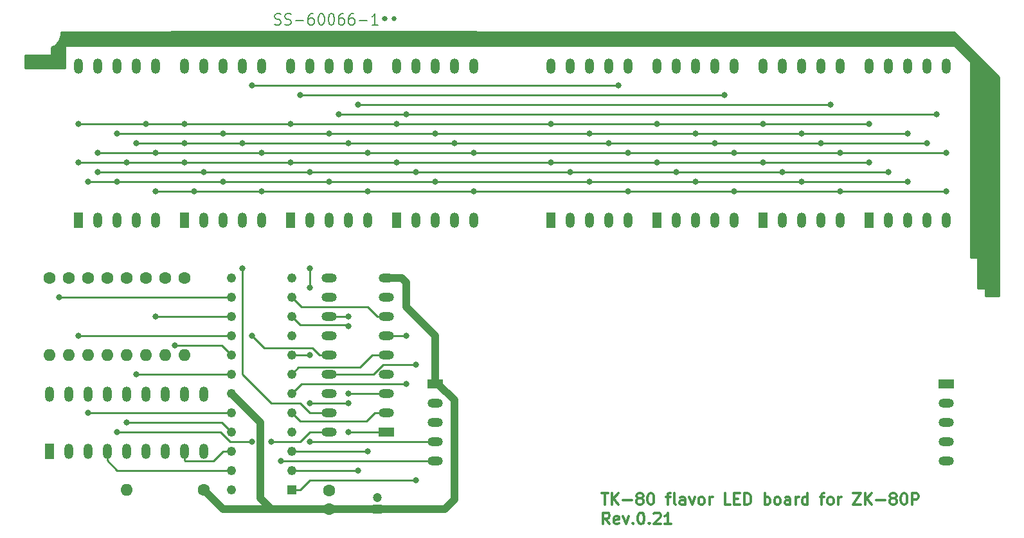
<source format=gtl>
G04 #@! TF.GenerationSoftware,KiCad,Pcbnew,(5.1.5)-3*
G04 #@! TF.CreationDate,2020-06-26T18:21:23+09:00*
G04 #@! TF.ProjectId,TK80LED,544b3830-4c45-4442-9e6b-696361645f70,rev?*
G04 #@! TF.SameCoordinates,Original*
G04 #@! TF.FileFunction,Copper,L1,Top*
G04 #@! TF.FilePolarity,Positive*
%FSLAX46Y46*%
G04 Gerber Fmt 4.6, Leading zero omitted, Abs format (unit mm)*
G04 Created by KiCad (PCBNEW (5.1.5)-3) date 2020-06-26 18:21:23*
%MOMM*%
%LPD*%
G04 APERTURE LIST*
%ADD10C,0.500000*%
%ADD11C,0.200000*%
%ADD12C,0.300000*%
%ADD13C,1.210000*%
%ADD14R,1.210000X1.210000*%
%ADD15O,1.600000X1.600000*%
%ADD16C,1.600000*%
%ADD17O,1.200000X2.000000*%
%ADD18R,1.200000X2.000000*%
%ADD19R,1.200000X1.200000*%
%ADD20C,1.200000*%
%ADD21O,2.000000X1.200000*%
%ADD22R,2.000000X1.200000*%
%ADD23C,0.800000*%
%ADD24C,1.000000*%
%ADD25C,1.000000*%
%ADD26C,2.000000*%
%ADD27C,0.250000*%
%ADD28C,0.254000*%
G04 APERTURE END LIST*
D10*
X49250000Y-1214285D02*
X49345238Y-1309523D01*
X49250000Y-1404761D01*
X49154761Y-1309523D01*
X49250000Y-1214285D01*
X49250000Y-1404761D01*
X48000000Y-1214285D02*
X48095238Y-1309523D01*
X48000000Y-1404761D01*
X47904761Y-1309523D01*
X48000000Y-1214285D01*
X48000000Y-1404761D01*
D11*
X33503333Y-2107142D02*
X33703333Y-2178571D01*
X34036666Y-2178571D01*
X34170000Y-2107142D01*
X34236666Y-2035714D01*
X34303333Y-1892857D01*
X34303333Y-1750000D01*
X34236666Y-1607142D01*
X34170000Y-1535714D01*
X34036666Y-1464285D01*
X33770000Y-1392857D01*
X33636666Y-1321428D01*
X33570000Y-1250000D01*
X33503333Y-1107142D01*
X33503333Y-964285D01*
X33570000Y-821428D01*
X33636666Y-750000D01*
X33770000Y-678571D01*
X34103333Y-678571D01*
X34303333Y-750000D01*
X34836666Y-2107142D02*
X35036666Y-2178571D01*
X35370000Y-2178571D01*
X35503333Y-2107142D01*
X35570000Y-2035714D01*
X35636666Y-1892857D01*
X35636666Y-1750000D01*
X35570000Y-1607142D01*
X35503333Y-1535714D01*
X35370000Y-1464285D01*
X35103333Y-1392857D01*
X34970000Y-1321428D01*
X34903333Y-1250000D01*
X34836666Y-1107142D01*
X34836666Y-964285D01*
X34903333Y-821428D01*
X34970000Y-750000D01*
X35103333Y-678571D01*
X35436666Y-678571D01*
X35636666Y-750000D01*
X36236666Y-1607142D02*
X37303333Y-1607142D01*
X38570000Y-678571D02*
X38303333Y-678571D01*
X38170000Y-750000D01*
X38103333Y-821428D01*
X37970000Y-1035714D01*
X37903333Y-1321428D01*
X37903333Y-1892857D01*
X37970000Y-2035714D01*
X38036666Y-2107142D01*
X38170000Y-2178571D01*
X38436666Y-2178571D01*
X38570000Y-2107142D01*
X38636666Y-2035714D01*
X38703333Y-1892857D01*
X38703333Y-1535714D01*
X38636666Y-1392857D01*
X38570000Y-1321428D01*
X38436666Y-1250000D01*
X38170000Y-1250000D01*
X38036666Y-1321428D01*
X37970000Y-1392857D01*
X37903333Y-1535714D01*
X39570000Y-678571D02*
X39703333Y-678571D01*
X39836666Y-750000D01*
X39903333Y-821428D01*
X39970000Y-964285D01*
X40036666Y-1250000D01*
X40036666Y-1607142D01*
X39970000Y-1892857D01*
X39903333Y-2035714D01*
X39836666Y-2107142D01*
X39703333Y-2178571D01*
X39570000Y-2178571D01*
X39436666Y-2107142D01*
X39370000Y-2035714D01*
X39303333Y-1892857D01*
X39236666Y-1607142D01*
X39236666Y-1250000D01*
X39303333Y-964285D01*
X39370000Y-821428D01*
X39436666Y-750000D01*
X39570000Y-678571D01*
X40903333Y-678571D02*
X41036666Y-678571D01*
X41170000Y-750000D01*
X41236666Y-821428D01*
X41303333Y-964285D01*
X41370000Y-1250000D01*
X41370000Y-1607142D01*
X41303333Y-1892857D01*
X41236666Y-2035714D01*
X41170000Y-2107142D01*
X41036666Y-2178571D01*
X40903333Y-2178571D01*
X40770000Y-2107142D01*
X40703333Y-2035714D01*
X40636666Y-1892857D01*
X40570000Y-1607142D01*
X40570000Y-1250000D01*
X40636666Y-964285D01*
X40703333Y-821428D01*
X40770000Y-750000D01*
X40903333Y-678571D01*
X42570000Y-678571D02*
X42303333Y-678571D01*
X42170000Y-750000D01*
X42103333Y-821428D01*
X41970000Y-1035714D01*
X41903333Y-1321428D01*
X41903333Y-1892857D01*
X41970000Y-2035714D01*
X42036666Y-2107142D01*
X42170000Y-2178571D01*
X42436666Y-2178571D01*
X42570000Y-2107142D01*
X42636666Y-2035714D01*
X42703333Y-1892857D01*
X42703333Y-1535714D01*
X42636666Y-1392857D01*
X42570000Y-1321428D01*
X42436666Y-1250000D01*
X42170000Y-1250000D01*
X42036666Y-1321428D01*
X41970000Y-1392857D01*
X41903333Y-1535714D01*
X43903333Y-678571D02*
X43636666Y-678571D01*
X43503333Y-750000D01*
X43436666Y-821428D01*
X43303333Y-1035714D01*
X43236666Y-1321428D01*
X43236666Y-1892857D01*
X43303333Y-2035714D01*
X43370000Y-2107142D01*
X43503333Y-2178571D01*
X43770000Y-2178571D01*
X43903333Y-2107142D01*
X43970000Y-2035714D01*
X44036666Y-1892857D01*
X44036666Y-1535714D01*
X43970000Y-1392857D01*
X43903333Y-1321428D01*
X43770000Y-1250000D01*
X43503333Y-1250000D01*
X43370000Y-1321428D01*
X43303333Y-1392857D01*
X43236666Y-1535714D01*
X44636666Y-1607142D02*
X45703333Y-1607142D01*
X47103333Y-2178571D02*
X46303333Y-2178571D01*
X46703333Y-2178571D02*
X46703333Y-678571D01*
X46570000Y-892857D01*
X46436666Y-1035714D01*
X46303333Y-1107142D01*
D12*
X76537857Y-63943571D02*
X77395000Y-63943571D01*
X76966428Y-65443571D02*
X76966428Y-63943571D01*
X77895000Y-65443571D02*
X77895000Y-63943571D01*
X78752142Y-65443571D02*
X78109285Y-64586428D01*
X78752142Y-63943571D02*
X77895000Y-64800714D01*
X79395000Y-64872142D02*
X80537857Y-64872142D01*
X81466428Y-64586428D02*
X81323571Y-64515000D01*
X81252142Y-64443571D01*
X81180714Y-64300714D01*
X81180714Y-64229285D01*
X81252142Y-64086428D01*
X81323571Y-64015000D01*
X81466428Y-63943571D01*
X81752142Y-63943571D01*
X81895000Y-64015000D01*
X81966428Y-64086428D01*
X82037857Y-64229285D01*
X82037857Y-64300714D01*
X81966428Y-64443571D01*
X81895000Y-64515000D01*
X81752142Y-64586428D01*
X81466428Y-64586428D01*
X81323571Y-64657857D01*
X81252142Y-64729285D01*
X81180714Y-64872142D01*
X81180714Y-65157857D01*
X81252142Y-65300714D01*
X81323571Y-65372142D01*
X81466428Y-65443571D01*
X81752142Y-65443571D01*
X81895000Y-65372142D01*
X81966428Y-65300714D01*
X82037857Y-65157857D01*
X82037857Y-64872142D01*
X81966428Y-64729285D01*
X81895000Y-64657857D01*
X81752142Y-64586428D01*
X82966428Y-63943571D02*
X83109285Y-63943571D01*
X83252142Y-64015000D01*
X83323571Y-64086428D01*
X83395000Y-64229285D01*
X83466428Y-64515000D01*
X83466428Y-64872142D01*
X83395000Y-65157857D01*
X83323571Y-65300714D01*
X83252142Y-65372142D01*
X83109285Y-65443571D01*
X82966428Y-65443571D01*
X82823571Y-65372142D01*
X82752142Y-65300714D01*
X82680714Y-65157857D01*
X82609285Y-64872142D01*
X82609285Y-64515000D01*
X82680714Y-64229285D01*
X82752142Y-64086428D01*
X82823571Y-64015000D01*
X82966428Y-63943571D01*
X85037857Y-64443571D02*
X85609285Y-64443571D01*
X85252142Y-65443571D02*
X85252142Y-64157857D01*
X85323571Y-64015000D01*
X85466428Y-63943571D01*
X85609285Y-63943571D01*
X86323571Y-65443571D02*
X86180714Y-65372142D01*
X86109285Y-65229285D01*
X86109285Y-63943571D01*
X87537857Y-65443571D02*
X87537857Y-64657857D01*
X87466428Y-64515000D01*
X87323571Y-64443571D01*
X87037857Y-64443571D01*
X86895000Y-64515000D01*
X87537857Y-65372142D02*
X87395000Y-65443571D01*
X87037857Y-65443571D01*
X86895000Y-65372142D01*
X86823571Y-65229285D01*
X86823571Y-65086428D01*
X86895000Y-64943571D01*
X87037857Y-64872142D01*
X87395000Y-64872142D01*
X87537857Y-64800714D01*
X88109285Y-64443571D02*
X88466428Y-65443571D01*
X88823571Y-64443571D01*
X89609285Y-65443571D02*
X89466428Y-65372142D01*
X89395000Y-65300714D01*
X89323571Y-65157857D01*
X89323571Y-64729285D01*
X89395000Y-64586428D01*
X89466428Y-64515000D01*
X89609285Y-64443571D01*
X89823571Y-64443571D01*
X89966428Y-64515000D01*
X90037857Y-64586428D01*
X90109285Y-64729285D01*
X90109285Y-65157857D01*
X90037857Y-65300714D01*
X89966428Y-65372142D01*
X89823571Y-65443571D01*
X89609285Y-65443571D01*
X90752142Y-65443571D02*
X90752142Y-64443571D01*
X90752142Y-64729285D02*
X90823571Y-64586428D01*
X90895000Y-64515000D01*
X91037857Y-64443571D01*
X91180714Y-64443571D01*
X93537857Y-65443571D02*
X92823571Y-65443571D01*
X92823571Y-63943571D01*
X94037857Y-64657857D02*
X94537857Y-64657857D01*
X94752142Y-65443571D02*
X94037857Y-65443571D01*
X94037857Y-63943571D01*
X94752142Y-63943571D01*
X95395000Y-65443571D02*
X95395000Y-63943571D01*
X95752142Y-63943571D01*
X95966428Y-64015000D01*
X96109285Y-64157857D01*
X96180714Y-64300714D01*
X96252142Y-64586428D01*
X96252142Y-64800714D01*
X96180714Y-65086428D01*
X96109285Y-65229285D01*
X95966428Y-65372142D01*
X95752142Y-65443571D01*
X95395000Y-65443571D01*
X98037857Y-65443571D02*
X98037857Y-63943571D01*
X98037857Y-64515000D02*
X98180714Y-64443571D01*
X98466428Y-64443571D01*
X98609285Y-64515000D01*
X98680714Y-64586428D01*
X98752142Y-64729285D01*
X98752142Y-65157857D01*
X98680714Y-65300714D01*
X98609285Y-65372142D01*
X98466428Y-65443571D01*
X98180714Y-65443571D01*
X98037857Y-65372142D01*
X99609285Y-65443571D02*
X99466428Y-65372142D01*
X99395000Y-65300714D01*
X99323571Y-65157857D01*
X99323571Y-64729285D01*
X99395000Y-64586428D01*
X99466428Y-64515000D01*
X99609285Y-64443571D01*
X99823571Y-64443571D01*
X99966428Y-64515000D01*
X100037857Y-64586428D01*
X100109285Y-64729285D01*
X100109285Y-65157857D01*
X100037857Y-65300714D01*
X99966428Y-65372142D01*
X99823571Y-65443571D01*
X99609285Y-65443571D01*
X101395000Y-65443571D02*
X101395000Y-64657857D01*
X101323571Y-64515000D01*
X101180714Y-64443571D01*
X100895000Y-64443571D01*
X100752142Y-64515000D01*
X101395000Y-65372142D02*
X101252142Y-65443571D01*
X100895000Y-65443571D01*
X100752142Y-65372142D01*
X100680714Y-65229285D01*
X100680714Y-65086428D01*
X100752142Y-64943571D01*
X100895000Y-64872142D01*
X101252142Y-64872142D01*
X101395000Y-64800714D01*
X102109285Y-65443571D02*
X102109285Y-64443571D01*
X102109285Y-64729285D02*
X102180714Y-64586428D01*
X102252142Y-64515000D01*
X102395000Y-64443571D01*
X102537857Y-64443571D01*
X103680714Y-65443571D02*
X103680714Y-63943571D01*
X103680714Y-65372142D02*
X103537857Y-65443571D01*
X103252142Y-65443571D01*
X103109285Y-65372142D01*
X103037857Y-65300714D01*
X102966428Y-65157857D01*
X102966428Y-64729285D01*
X103037857Y-64586428D01*
X103109285Y-64515000D01*
X103252142Y-64443571D01*
X103537857Y-64443571D01*
X103680714Y-64515000D01*
X105323571Y-64443571D02*
X105895000Y-64443571D01*
X105537857Y-65443571D02*
X105537857Y-64157857D01*
X105609285Y-64015000D01*
X105752142Y-63943571D01*
X105895000Y-63943571D01*
X106609285Y-65443571D02*
X106466428Y-65372142D01*
X106395000Y-65300714D01*
X106323571Y-65157857D01*
X106323571Y-64729285D01*
X106395000Y-64586428D01*
X106466428Y-64515000D01*
X106609285Y-64443571D01*
X106823571Y-64443571D01*
X106966428Y-64515000D01*
X107037857Y-64586428D01*
X107109285Y-64729285D01*
X107109285Y-65157857D01*
X107037857Y-65300714D01*
X106966428Y-65372142D01*
X106823571Y-65443571D01*
X106609285Y-65443571D01*
X107752142Y-65443571D02*
X107752142Y-64443571D01*
X107752142Y-64729285D02*
X107823571Y-64586428D01*
X107895000Y-64515000D01*
X108037857Y-64443571D01*
X108180714Y-64443571D01*
X109680714Y-63943571D02*
X110680714Y-63943571D01*
X109680714Y-65443571D01*
X110680714Y-65443571D01*
X111252142Y-65443571D02*
X111252142Y-63943571D01*
X112109285Y-65443571D02*
X111466428Y-64586428D01*
X112109285Y-63943571D02*
X111252142Y-64800714D01*
X112752142Y-64872142D02*
X113895000Y-64872142D01*
X114823571Y-64586428D02*
X114680714Y-64515000D01*
X114609285Y-64443571D01*
X114537857Y-64300714D01*
X114537857Y-64229285D01*
X114609285Y-64086428D01*
X114680714Y-64015000D01*
X114823571Y-63943571D01*
X115109285Y-63943571D01*
X115252142Y-64015000D01*
X115323571Y-64086428D01*
X115395000Y-64229285D01*
X115395000Y-64300714D01*
X115323571Y-64443571D01*
X115252142Y-64515000D01*
X115109285Y-64586428D01*
X114823571Y-64586428D01*
X114680714Y-64657857D01*
X114609285Y-64729285D01*
X114537857Y-64872142D01*
X114537857Y-65157857D01*
X114609285Y-65300714D01*
X114680714Y-65372142D01*
X114823571Y-65443571D01*
X115109285Y-65443571D01*
X115252142Y-65372142D01*
X115323571Y-65300714D01*
X115395000Y-65157857D01*
X115395000Y-64872142D01*
X115323571Y-64729285D01*
X115252142Y-64657857D01*
X115109285Y-64586428D01*
X116323571Y-63943571D02*
X116466428Y-63943571D01*
X116609285Y-64015000D01*
X116680714Y-64086428D01*
X116752142Y-64229285D01*
X116823571Y-64515000D01*
X116823571Y-64872142D01*
X116752142Y-65157857D01*
X116680714Y-65300714D01*
X116609285Y-65372142D01*
X116466428Y-65443571D01*
X116323571Y-65443571D01*
X116180714Y-65372142D01*
X116109285Y-65300714D01*
X116037857Y-65157857D01*
X115966428Y-64872142D01*
X115966428Y-64515000D01*
X116037857Y-64229285D01*
X116109285Y-64086428D01*
X116180714Y-64015000D01*
X116323571Y-63943571D01*
X117466428Y-65443571D02*
X117466428Y-63943571D01*
X118037857Y-63943571D01*
X118180714Y-64015000D01*
X118252142Y-64086428D01*
X118323571Y-64229285D01*
X118323571Y-64443571D01*
X118252142Y-64586428D01*
X118180714Y-64657857D01*
X118037857Y-64729285D01*
X117466428Y-64729285D01*
X77609285Y-67993571D02*
X77109285Y-67279285D01*
X76752142Y-67993571D02*
X76752142Y-66493571D01*
X77323571Y-66493571D01*
X77466428Y-66565000D01*
X77537857Y-66636428D01*
X77609285Y-66779285D01*
X77609285Y-66993571D01*
X77537857Y-67136428D01*
X77466428Y-67207857D01*
X77323571Y-67279285D01*
X76752142Y-67279285D01*
X78823571Y-67922142D02*
X78680714Y-67993571D01*
X78395000Y-67993571D01*
X78252142Y-67922142D01*
X78180714Y-67779285D01*
X78180714Y-67207857D01*
X78252142Y-67065000D01*
X78395000Y-66993571D01*
X78680714Y-66993571D01*
X78823571Y-67065000D01*
X78895000Y-67207857D01*
X78895000Y-67350714D01*
X78180714Y-67493571D01*
X79395000Y-66993571D02*
X79752142Y-67993571D01*
X80109285Y-66993571D01*
X80680714Y-67850714D02*
X80752142Y-67922142D01*
X80680714Y-67993571D01*
X80609285Y-67922142D01*
X80680714Y-67850714D01*
X80680714Y-67993571D01*
X81680714Y-66493571D02*
X81823571Y-66493571D01*
X81966428Y-66565000D01*
X82037857Y-66636428D01*
X82109285Y-66779285D01*
X82180714Y-67065000D01*
X82180714Y-67422142D01*
X82109285Y-67707857D01*
X82037857Y-67850714D01*
X81966428Y-67922142D01*
X81823571Y-67993571D01*
X81680714Y-67993571D01*
X81537857Y-67922142D01*
X81466428Y-67850714D01*
X81395000Y-67707857D01*
X81323571Y-67422142D01*
X81323571Y-67065000D01*
X81395000Y-66779285D01*
X81466428Y-66636428D01*
X81537857Y-66565000D01*
X81680714Y-66493571D01*
X82823571Y-67850714D02*
X82895000Y-67922142D01*
X82823571Y-67993571D01*
X82752142Y-67922142D01*
X82823571Y-67850714D01*
X82823571Y-67993571D01*
X83466428Y-66636428D02*
X83537857Y-66565000D01*
X83680714Y-66493571D01*
X84037857Y-66493571D01*
X84180714Y-66565000D01*
X84252142Y-66636428D01*
X84323571Y-66779285D01*
X84323571Y-66922142D01*
X84252142Y-67136428D01*
X83395000Y-67993571D01*
X84323571Y-67993571D01*
X85752142Y-67993571D02*
X84895000Y-67993571D01*
X85323571Y-67993571D02*
X85323571Y-66493571D01*
X85180714Y-66707857D01*
X85037857Y-66850714D01*
X84895000Y-66922142D01*
D13*
X27780000Y-63500000D03*
X27780000Y-60960000D03*
X27780000Y-58420000D03*
X27780000Y-55880000D03*
X27780000Y-53340000D03*
X27780000Y-50800000D03*
X27780000Y-48260000D03*
X27780000Y-45720000D03*
X27780000Y-43180000D03*
X27780000Y-40640000D03*
X27780000Y-38100000D03*
X27780000Y-35560000D03*
X35720000Y-35560000D03*
X35720000Y-38100000D03*
X35720000Y-40640000D03*
X35720000Y-43180000D03*
X35720000Y-45720000D03*
X35720000Y-48260000D03*
X35720000Y-50800000D03*
X35720000Y-53340000D03*
X35720000Y-55880000D03*
X35720000Y-58420000D03*
X35720000Y-60960000D03*
D14*
X35720000Y-63500000D03*
D15*
X13970000Y-63500000D03*
D16*
X24130000Y-63500000D03*
D15*
X21590000Y-45720000D03*
D16*
X21590000Y-35560000D03*
X19050000Y-35560000D03*
D15*
X19050000Y-45720000D03*
X16510000Y-45720000D03*
D16*
X16510000Y-35560000D03*
X13970000Y-35560000D03*
D15*
X13970000Y-45720000D03*
X11430000Y-45720000D03*
D16*
X11430000Y-35560000D03*
X8890000Y-35560000D03*
D15*
X8890000Y-45720000D03*
X6350000Y-45720000D03*
D16*
X6350000Y-35560000D03*
X3810000Y-35560000D03*
D15*
X3810000Y-45720000D03*
D16*
X40640000Y-63540000D03*
X40640000Y-66040000D03*
D17*
X80010000Y-27940000D03*
X80010000Y-7620000D03*
X77470000Y-27940000D03*
X77470000Y-7620000D03*
X74930000Y-27940000D03*
X74930000Y-7620000D03*
X72390000Y-27940000D03*
X72390000Y-7620000D03*
D18*
X69850000Y-27940000D03*
D17*
X69850000Y-7620000D03*
D19*
X46990000Y-66040000D03*
D20*
X46990000Y-64540000D03*
D21*
X54610000Y-59690000D03*
X54610000Y-57150000D03*
X54610000Y-54610000D03*
X54610000Y-52070000D03*
D22*
X54610000Y-49530000D03*
X121920000Y-49530000D03*
D21*
X121920000Y-52070000D03*
X121920000Y-54610000D03*
X121920000Y-57150000D03*
X121920000Y-59690000D03*
D17*
X7620000Y-7620000D03*
D18*
X7620000Y-27940000D03*
D17*
X10160000Y-7620000D03*
X10160000Y-27940000D03*
X12700000Y-7620000D03*
X12700000Y-27940000D03*
X15240000Y-7620000D03*
X15240000Y-27940000D03*
X17780000Y-7620000D03*
X17780000Y-27940000D03*
X31750000Y-27940000D03*
X31750000Y-7620000D03*
X29210000Y-27940000D03*
X29210000Y-7620000D03*
X26670000Y-27940000D03*
X26670000Y-7620000D03*
X24130000Y-27940000D03*
X24130000Y-7620000D03*
D18*
X21590000Y-27940000D03*
D17*
X21590000Y-7620000D03*
X45720000Y-27940000D03*
X45720000Y-7620000D03*
X43180000Y-27940000D03*
X43180000Y-7620000D03*
X40640000Y-27940000D03*
X40640000Y-7620000D03*
X38100000Y-27940000D03*
X38100000Y-7620000D03*
D18*
X35560000Y-27940000D03*
D17*
X35560000Y-7620000D03*
X49530000Y-7620000D03*
D18*
X49530000Y-27940000D03*
D17*
X52070000Y-7620000D03*
X52070000Y-27940000D03*
X54610000Y-7620000D03*
X54610000Y-27940000D03*
X57150000Y-7620000D03*
X57150000Y-27940000D03*
X59690000Y-7620000D03*
X59690000Y-27940000D03*
X83820000Y-7620000D03*
D18*
X83820000Y-27940000D03*
D17*
X86360000Y-7620000D03*
X86360000Y-27940000D03*
X88900000Y-7620000D03*
X88900000Y-27940000D03*
X91440000Y-7620000D03*
X91440000Y-27940000D03*
X93980000Y-7620000D03*
X93980000Y-27940000D03*
X107950000Y-27940000D03*
X107950000Y-7620000D03*
X105410000Y-27940000D03*
X105410000Y-7620000D03*
X102870000Y-27940000D03*
X102870000Y-7620000D03*
X100330000Y-27940000D03*
X100330000Y-7620000D03*
D18*
X97790000Y-27940000D03*
D17*
X97790000Y-7620000D03*
X111760000Y-7620000D03*
D18*
X111760000Y-27940000D03*
D17*
X114300000Y-7620000D03*
X114300000Y-27940000D03*
X116840000Y-7620000D03*
X116840000Y-27940000D03*
X119380000Y-7620000D03*
X119380000Y-27940000D03*
X121920000Y-7620000D03*
X121920000Y-27940000D03*
D21*
X48210000Y-35560000D03*
X40690000Y-35560000D03*
X48210000Y-38100000D03*
X40690000Y-38100000D03*
X48210000Y-40640000D03*
X40690000Y-40640000D03*
X48210000Y-43180000D03*
X40690000Y-43180000D03*
X48210000Y-45720000D03*
X40690000Y-45720000D03*
X48210000Y-48260000D03*
X40690000Y-48260000D03*
X48210000Y-50800000D03*
X40690000Y-50800000D03*
X48210000Y-53340000D03*
X40690000Y-53340000D03*
D22*
X48210000Y-55880000D03*
D21*
X40690000Y-55880000D03*
D17*
X3810000Y-50850000D03*
D18*
X3810000Y-58370000D03*
D17*
X6350000Y-50850000D03*
X6350000Y-58370000D03*
X8890000Y-50850000D03*
X8890000Y-58370000D03*
X11430000Y-50850000D03*
X11430000Y-58370000D03*
X13970000Y-50850000D03*
X13970000Y-58370000D03*
X16510000Y-50850000D03*
X16510000Y-58370000D03*
X19050000Y-50850000D03*
X19050000Y-58370000D03*
X21590000Y-50850000D03*
X21590000Y-58370000D03*
X24130000Y-50850000D03*
X24130000Y-58370000D03*
D23*
X2000000Y-7500000D03*
D24*
X127500000Y-10000000D03*
X128270000Y-37000000D03*
D23*
X52070000Y-62230000D03*
X44450000Y-60960000D03*
X45720000Y-58420000D03*
X50800000Y-49530000D03*
X50800000Y-43180000D03*
X38100000Y-45720000D03*
X38100000Y-52070000D03*
X43180000Y-52070000D03*
X43180000Y-55880000D03*
X43180000Y-41910000D03*
X43180000Y-50800000D03*
X38100000Y-57150000D03*
X34290000Y-59690000D03*
X5080000Y-38100000D03*
X17780000Y-40640000D03*
X7620000Y-43180000D03*
X20320000Y-44450000D03*
X15240000Y-48260000D03*
X8890000Y-53340000D03*
X13970000Y-54610000D03*
X7620000Y-15240000D03*
X111760000Y-15240000D03*
X16510000Y-15240000D03*
X21590000Y-15240000D03*
X69850000Y-15240000D03*
X83820000Y-15240000D03*
X97790000Y-15240000D03*
X49530000Y-15240000D03*
X35560000Y-15240000D03*
X111760000Y-20320000D03*
X7620000Y-20320000D03*
X97790000Y-20320000D03*
X83820000Y-20320000D03*
X69850000Y-20320000D03*
X49530000Y-20320000D03*
X35560000Y-20320000D03*
X21590000Y-20320000D03*
X13970000Y-20320000D03*
X114300000Y-21590000D03*
X10160000Y-21590000D03*
X100330000Y-21590000D03*
X86360000Y-21590000D03*
X72390000Y-21590000D03*
X52070000Y-21590000D03*
X38100000Y-21590000D03*
X24130000Y-21590000D03*
X116840000Y-16510000D03*
X12700000Y-16510000D03*
X102870000Y-16510000D03*
X88900000Y-16510000D03*
X54610000Y-16510000D03*
X40640000Y-16510000D03*
X26670000Y-16510000D03*
X74930000Y-16510000D03*
X116840000Y-22860000D03*
X12700000Y-22860000D03*
X102870000Y-22860000D03*
X88900000Y-22860000D03*
X74930000Y-22860000D03*
X54610000Y-22860000D03*
X40640000Y-22860000D03*
X26670000Y-22860000D03*
X8890000Y-22860000D03*
X15240000Y-17780000D03*
X119380000Y-17780000D03*
X105410000Y-17780000D03*
X91440000Y-17780000D03*
X77470000Y-17780000D03*
X57150000Y-17780000D03*
X43180000Y-17780000D03*
X29210000Y-17780000D03*
X21590000Y-17780000D03*
X12700000Y-55880000D03*
X30480000Y-57150000D03*
X33020000Y-57150000D03*
X17780000Y-19050000D03*
X121920000Y-19050000D03*
X107950000Y-19050000D03*
X93980000Y-19050000D03*
X80010000Y-19050000D03*
X59690000Y-19050000D03*
X45720000Y-19050000D03*
X31750000Y-19050000D03*
X10160000Y-19050000D03*
X121920000Y-24130000D03*
X17780000Y-24130000D03*
X107950000Y-24130000D03*
X93980000Y-24130000D03*
X80010000Y-24130000D03*
X59690000Y-24130000D03*
X45720000Y-24130000D03*
X31750000Y-24130000D03*
X22860000Y-24130000D03*
X29210000Y-34290000D03*
X52070000Y-46990000D03*
X78740000Y-10160000D03*
X30480000Y-43180000D03*
X30480000Y-10160000D03*
X92710000Y-11430000D03*
X36830000Y-11430000D03*
X38100000Y-34290000D03*
X38100000Y-36830000D03*
X106680000Y-12700000D03*
X44450000Y-12700000D03*
X43180000Y-40640000D03*
X120650000Y-13970000D03*
X50800000Y-13970000D03*
X41910000Y-13970000D03*
D25*
X54610000Y-49530000D02*
X54610000Y-43180000D01*
X55010000Y-49530000D02*
X57150000Y-51670000D01*
X54610000Y-49530000D02*
X55010000Y-49530000D01*
X57150000Y-51670000D02*
X57150000Y-64770000D01*
X57150000Y-64770000D02*
X55880000Y-66040000D01*
X55880000Y-66040000D02*
X40640000Y-66040000D01*
X26670000Y-66040000D02*
X24130000Y-63500000D01*
X27780000Y-50800000D02*
X31590000Y-54610000D01*
X31590000Y-64610000D02*
X33020000Y-66040000D01*
X31590000Y-54610000D02*
X31590000Y-64610000D01*
X40640000Y-66040000D02*
X33020000Y-66040000D01*
X33020000Y-66040000D02*
X26670000Y-66040000D01*
X50210000Y-35560000D02*
X50800000Y-36150000D01*
X48210000Y-35560000D02*
X50210000Y-35560000D01*
X50800000Y-39370000D02*
X54610000Y-43180000D01*
X50800000Y-36150000D02*
X50800000Y-39370000D01*
D26*
X20000000Y-4000000D02*
X60000000Y-4000000D01*
D27*
X35720000Y-63500000D02*
X36575000Y-63500000D01*
X36830000Y-63500000D02*
X38100000Y-62230000D01*
X35720000Y-63500000D02*
X36830000Y-63500000D01*
X38100000Y-62230000D02*
X52070000Y-62230000D01*
X35720000Y-60960000D02*
X44450000Y-60960000D01*
X35720000Y-58420000D02*
X45720000Y-58420000D01*
X35720000Y-53340000D02*
X36830000Y-54450000D01*
X36830000Y-54450000D02*
X45560000Y-54450000D01*
X46670000Y-53340000D02*
X48210000Y-53340000D01*
X45560000Y-54450000D02*
X46670000Y-53340000D01*
X35720000Y-50800000D02*
X36990000Y-49530000D01*
X36990000Y-49530000D02*
X50800000Y-49530000D01*
X50800000Y-43180000D02*
X48210000Y-43180000D01*
X46960000Y-45720000D02*
X48210000Y-45720000D01*
X44738600Y-47334990D02*
X46353590Y-45720000D01*
X46353590Y-45720000D02*
X46960000Y-45720000D01*
X36645010Y-47334990D02*
X44738600Y-47334990D01*
X35720000Y-48260000D02*
X36645010Y-47334990D01*
X35720000Y-45720000D02*
X38100000Y-45720000D01*
X38100000Y-52070000D02*
X43180000Y-52070000D01*
X43180000Y-55880000D02*
X48210000Y-55880000D01*
X35720000Y-40640000D02*
X36830000Y-41750000D01*
X36830000Y-41750000D02*
X43020000Y-41750000D01*
X43020000Y-41750000D02*
X43180000Y-41910000D01*
X43180000Y-50800000D02*
X48210000Y-50800000D01*
X35720000Y-38100000D02*
X36990000Y-39370000D01*
X36990000Y-39370000D02*
X45720000Y-39370000D01*
X45720000Y-39370000D02*
X46990000Y-40640000D01*
X46990000Y-40640000D02*
X48210000Y-40640000D01*
X53360000Y-57150000D02*
X54610000Y-57150000D01*
X38100000Y-57150000D02*
X54610000Y-57150000D01*
X34290000Y-59690000D02*
X54610000Y-59690000D01*
X27780000Y-38100000D02*
X5080000Y-38100000D01*
X27780000Y-40640000D02*
X17780000Y-40640000D01*
X27780000Y-43180000D02*
X7620000Y-43180000D01*
X27780000Y-45720000D02*
X26510000Y-44450000D01*
X26510000Y-44450000D02*
X20320000Y-44450000D01*
X27780000Y-48260000D02*
X15240000Y-48260000D01*
X27780000Y-53340000D02*
X8890000Y-53340000D01*
X26510000Y-54610000D02*
X27780000Y-55880000D01*
X13970000Y-54610000D02*
X26510000Y-54610000D01*
X27780000Y-58420000D02*
X26670000Y-58420000D01*
X21665010Y-59695010D02*
X21590000Y-59620000D01*
X25394990Y-59695010D02*
X21665010Y-59695010D01*
X21590000Y-59620000D02*
X21590000Y-58370000D01*
X26670000Y-58420000D02*
X25394990Y-59695010D01*
X11430000Y-59620000D02*
X11430000Y-58370000D01*
X12770000Y-60960000D02*
X11430000Y-59620000D01*
X27780000Y-60960000D02*
X12770000Y-60960000D01*
X7620000Y-15240000D02*
X16510000Y-15240000D01*
X16510000Y-15240000D02*
X21590000Y-15240000D01*
X21590000Y-15240000D02*
X69850000Y-15240000D01*
X69850000Y-15240000D02*
X83820000Y-15240000D01*
X83820000Y-15240000D02*
X111760000Y-15240000D01*
X111760000Y-20320000D02*
X13970000Y-20320000D01*
X13970000Y-20320000D02*
X7620000Y-20320000D01*
X114300000Y-21590000D02*
X10160000Y-21590000D01*
X116840000Y-16510000D02*
X12700000Y-16510000D01*
X116840000Y-22860000D02*
X12700000Y-22860000D01*
X8890000Y-22860000D02*
X12700000Y-22860000D01*
X91440000Y-17780000D02*
X119380000Y-17780000D01*
X15240000Y-17780000D02*
X21590000Y-17780000D01*
X21590000Y-17780000D02*
X91440000Y-17780000D01*
X12700000Y-55880000D02*
X26403598Y-55880000D01*
X27673598Y-57150000D02*
X30480000Y-57150000D01*
X26403598Y-55880000D02*
X27673598Y-57150000D01*
X40690000Y-55880000D02*
X38100000Y-55880000D01*
X36830000Y-57150000D02*
X33020000Y-57150000D01*
X38100000Y-55880000D02*
X36830000Y-57150000D01*
X17780000Y-19050000D02*
X59690000Y-19050000D01*
X59690000Y-19050000D02*
X121920000Y-19050000D01*
X10160000Y-19050000D02*
X17780000Y-19050000D01*
X121920000Y-24130000D02*
X22860000Y-24130000D01*
X22860000Y-24130000D02*
X17780000Y-24130000D01*
X36830000Y-52070000D02*
X38100000Y-53340000D01*
X38100000Y-53340000D02*
X40690000Y-53340000D01*
X33020000Y-52070000D02*
X36830000Y-52070000D01*
X29210000Y-34290000D02*
X29210000Y-48260000D01*
X29210000Y-48260000D02*
X33020000Y-52070000D01*
X47771839Y-46990000D02*
X52070000Y-46990000D01*
X40690000Y-48260000D02*
X46501839Y-48260000D01*
X46501839Y-48260000D02*
X47771839Y-46990000D01*
X32089999Y-44789999D02*
X30480000Y-43180000D01*
X78740000Y-10160000D02*
X30480000Y-10160000D01*
X32089999Y-44789999D02*
X38439999Y-44789999D01*
X39370000Y-45720000D02*
X40690000Y-45720000D01*
X38439999Y-44789999D02*
X39370000Y-45720000D01*
X92710000Y-11430000D02*
X36830000Y-11430000D01*
X38100000Y-36830000D02*
X38100000Y-34290000D01*
X106680000Y-12700000D02*
X44450000Y-12700000D01*
X40690000Y-40640000D02*
X43180000Y-40640000D01*
X120650000Y-13970000D02*
X50800000Y-13970000D01*
X50800000Y-13970000D02*
X41910000Y-13970000D01*
D28*
G36*
X27873000Y-4000000D02*
G01*
X27875440Y-4024776D01*
X27882667Y-4048601D01*
X27894403Y-4070557D01*
X27910197Y-4089803D01*
X27929443Y-4105597D01*
X27951399Y-4117333D01*
X27975224Y-4124560D01*
X28000000Y-4127000D01*
X54000000Y-4127000D01*
X54024776Y-4124560D01*
X54048601Y-4117333D01*
X54070557Y-4105597D01*
X54089803Y-4089803D01*
X54105597Y-4070557D01*
X54117333Y-4048601D01*
X54124560Y-4024776D01*
X54127000Y-4000000D01*
X54127000Y-3127000D01*
X122947394Y-3127000D01*
X128873000Y-9052606D01*
X128873000Y-37873000D01*
X127127000Y-37873000D01*
X127127000Y-37000000D01*
X127124560Y-36975224D01*
X127117333Y-36951399D01*
X127105597Y-36929443D01*
X127089803Y-36910197D01*
X127070557Y-36894403D01*
X127048601Y-36882667D01*
X127024776Y-36875440D01*
X127000000Y-36873000D01*
X126127000Y-36873000D01*
X126127000Y-33000000D01*
X126124560Y-32975224D01*
X126117333Y-32951399D01*
X126105597Y-32929443D01*
X126089803Y-32910197D01*
X126070557Y-32894403D01*
X126048601Y-32882667D01*
X126024776Y-32875440D01*
X126000000Y-32873000D01*
X125127000Y-32873000D01*
X125127000Y-7000000D01*
X125124560Y-6975224D01*
X125117333Y-6951399D01*
X125105597Y-6929443D01*
X125089803Y-6910197D01*
X123089803Y-4910197D01*
X123070557Y-4894403D01*
X123048601Y-4882667D01*
X123024776Y-4875440D01*
X123000000Y-4873000D01*
X6000000Y-4873000D01*
X5975224Y-4875440D01*
X5951399Y-4882667D01*
X5929443Y-4894403D01*
X5910197Y-4910197D01*
X5894403Y-4929443D01*
X5882667Y-4951399D01*
X5875440Y-4975224D01*
X5873000Y-5000000D01*
X5873000Y-7873000D01*
X660000Y-7873000D01*
X660000Y-6127000D01*
X4000000Y-6127000D01*
X4024776Y-6124560D01*
X4048601Y-6117333D01*
X4070557Y-6105597D01*
X4089803Y-6089803D01*
X4105597Y-6070557D01*
X4117333Y-6048601D01*
X4124560Y-6024776D01*
X4127000Y-6000000D01*
X4127000Y-5126931D01*
X4211302Y-5092012D01*
X4560983Y-4858363D01*
X4858363Y-4560983D01*
X5092012Y-4211302D01*
X5252953Y-3822756D01*
X5335000Y-3410279D01*
X5335000Y-3127000D01*
X27873000Y-3127000D01*
X27873000Y-4000000D01*
G37*
X27873000Y-4000000D02*
X27875440Y-4024776D01*
X27882667Y-4048601D01*
X27894403Y-4070557D01*
X27910197Y-4089803D01*
X27929443Y-4105597D01*
X27951399Y-4117333D01*
X27975224Y-4124560D01*
X28000000Y-4127000D01*
X54000000Y-4127000D01*
X54024776Y-4124560D01*
X54048601Y-4117333D01*
X54070557Y-4105597D01*
X54089803Y-4089803D01*
X54105597Y-4070557D01*
X54117333Y-4048601D01*
X54124560Y-4024776D01*
X54127000Y-4000000D01*
X54127000Y-3127000D01*
X122947394Y-3127000D01*
X128873000Y-9052606D01*
X128873000Y-37873000D01*
X127127000Y-37873000D01*
X127127000Y-37000000D01*
X127124560Y-36975224D01*
X127117333Y-36951399D01*
X127105597Y-36929443D01*
X127089803Y-36910197D01*
X127070557Y-36894403D01*
X127048601Y-36882667D01*
X127024776Y-36875440D01*
X127000000Y-36873000D01*
X126127000Y-36873000D01*
X126127000Y-33000000D01*
X126124560Y-32975224D01*
X126117333Y-32951399D01*
X126105597Y-32929443D01*
X126089803Y-32910197D01*
X126070557Y-32894403D01*
X126048601Y-32882667D01*
X126024776Y-32875440D01*
X126000000Y-32873000D01*
X125127000Y-32873000D01*
X125127000Y-7000000D01*
X125124560Y-6975224D01*
X125117333Y-6951399D01*
X125105597Y-6929443D01*
X125089803Y-6910197D01*
X123089803Y-4910197D01*
X123070557Y-4894403D01*
X123048601Y-4882667D01*
X123024776Y-4875440D01*
X123000000Y-4873000D01*
X6000000Y-4873000D01*
X5975224Y-4875440D01*
X5951399Y-4882667D01*
X5929443Y-4894403D01*
X5910197Y-4910197D01*
X5894403Y-4929443D01*
X5882667Y-4951399D01*
X5875440Y-4975224D01*
X5873000Y-5000000D01*
X5873000Y-7873000D01*
X660000Y-7873000D01*
X660000Y-6127000D01*
X4000000Y-6127000D01*
X4024776Y-6124560D01*
X4048601Y-6117333D01*
X4070557Y-6105597D01*
X4089803Y-6089803D01*
X4105597Y-6070557D01*
X4117333Y-6048601D01*
X4124560Y-6024776D01*
X4127000Y-6000000D01*
X4127000Y-5126931D01*
X4211302Y-5092012D01*
X4560983Y-4858363D01*
X4858363Y-4560983D01*
X5092012Y-4211302D01*
X5252953Y-3822756D01*
X5335000Y-3410279D01*
X5335000Y-3127000D01*
X27873000Y-3127000D01*
X27873000Y-4000000D01*
M02*

</source>
